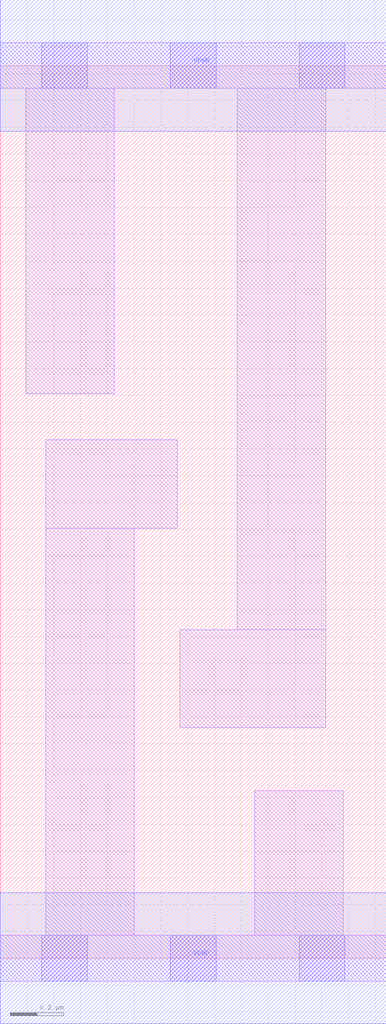
<source format=lef>
# Copyright 2020 The SkyWater PDK Authors
#
# Licensed under the Apache License, Version 2.0 (the "License");
# you may not use this file except in compliance with the License.
# You may obtain a copy of the License at
#
#     https://www.apache.org/licenses/LICENSE-2.0
#
# Unless required by applicable law or agreed to in writing, software
# distributed under the License is distributed on an "AS IS" BASIS,
# WITHOUT WARRANTIES OR CONDITIONS OF ANY KIND, either express or implied.
# See the License for the specific language governing permissions and
# limitations under the License.
#
# SPDX-License-Identifier: Apache-2.0

VERSION 5.5 ;
NAMESCASESENSITIVE ON ;
BUSBITCHARS "[]" ;
DIVIDERCHAR "/" ;
MACRO sky130_fd_sc_lp__decap_3
  CLASS CORE SPACER ;
  SOURCE USER ;
  ORIGIN  0.000000  0.000000 ;
  SIZE  1.440000 BY  3.330000 ;
  SYMMETRY X Y R90 ;
  SITE unit ;
  PIN VGND
    DIRECTION INOUT ;
    USE GROUND ;
    PORT
      LAYER met1 ;
        RECT 0.000000 -0.245000 1.440000 0.245000 ;
    END
  END VGND
  PIN VPWR
    DIRECTION INOUT ;
    USE POWER ;
    PORT
      LAYER met1 ;
        RECT 0.000000 3.085000 1.440000 3.575000 ;
    END
  END VPWR
  OBS
    LAYER li1 ;
      RECT 0.000000 -0.085000 1.440000 0.085000 ;
      RECT 0.000000  3.245000 1.440000 3.415000 ;
      RECT 0.095000  2.105000 0.425000 3.245000 ;
      RECT 0.170000  0.085000 0.500000 1.605000 ;
      RECT 0.170000  1.605000 0.660000 1.935000 ;
      RECT 0.670000  0.860000 1.215000 1.225000 ;
      RECT 0.885000  1.225000 1.215000 3.245000 ;
      RECT 0.950000  0.085000 1.280000 0.625000 ;
    LAYER mcon ;
      RECT 0.155000 -0.085000 0.325000 0.085000 ;
      RECT 0.155000  3.245000 0.325000 3.415000 ;
      RECT 0.635000 -0.085000 0.805000 0.085000 ;
      RECT 0.635000  3.245000 0.805000 3.415000 ;
      RECT 1.115000 -0.085000 1.285000 0.085000 ;
      RECT 1.115000  3.245000 1.285000 3.415000 ;
  END
END sky130_fd_sc_lp__decap_3
END LIBRARY

</source>
